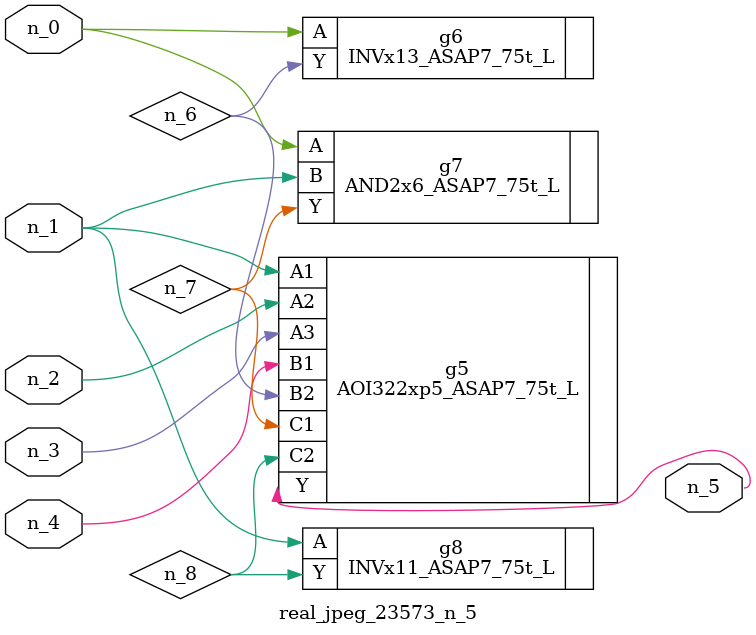
<source format=v>
module real_jpeg_23573_n_5 (n_4, n_0, n_1, n_2, n_3, n_5);

input n_4;
input n_0;
input n_1;
input n_2;
input n_3;

output n_5;

wire n_8;
wire n_6;
wire n_7;

INVx13_ASAP7_75t_L g6 ( 
.A(n_0),
.Y(n_6)
);

AND2x6_ASAP7_75t_L g7 ( 
.A(n_0),
.B(n_1),
.Y(n_7)
);

AOI322xp5_ASAP7_75t_L g5 ( 
.A1(n_1),
.A2(n_2),
.A3(n_3),
.B1(n_4),
.B2(n_6),
.C1(n_7),
.C2(n_8),
.Y(n_5)
);

INVx11_ASAP7_75t_L g8 ( 
.A(n_1),
.Y(n_8)
);


endmodule
</source>
